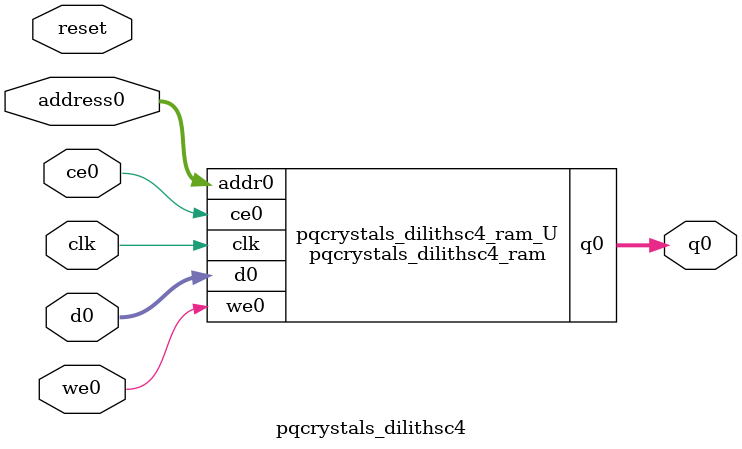
<source format=v>
`timescale 1 ns / 1 ps
module pqcrystals_dilithsc4_ram (addr0, ce0, d0, we0, q0,  clk);

parameter DWIDTH = 23;
parameter AWIDTH = 12;
parameter MEM_SIZE = 4096;

input[AWIDTH-1:0] addr0;
input ce0;
input[DWIDTH-1:0] d0;
input we0;
output reg[DWIDTH-1:0] q0;
input clk;

(* ram_style = "block" *)reg [DWIDTH-1:0] ram[0:MEM_SIZE-1];




always @(posedge clk)  
begin 
    if (ce0) begin
        if (we0) 
            ram[addr0] <= d0; 
        q0 <= ram[addr0];
    end
end


endmodule

`timescale 1 ns / 1 ps
module pqcrystals_dilithsc4(
    reset,
    clk,
    address0,
    ce0,
    we0,
    d0,
    q0);

parameter DataWidth = 32'd23;
parameter AddressRange = 32'd4096;
parameter AddressWidth = 32'd12;
input reset;
input clk;
input[AddressWidth - 1:0] address0;
input ce0;
input we0;
input[DataWidth - 1:0] d0;
output[DataWidth - 1:0] q0;



pqcrystals_dilithsc4_ram pqcrystals_dilithsc4_ram_U(
    .clk( clk ),
    .addr0( address0 ),
    .ce0( ce0 ),
    .we0( we0 ),
    .d0( d0 ),
    .q0( q0 ));

endmodule


</source>
